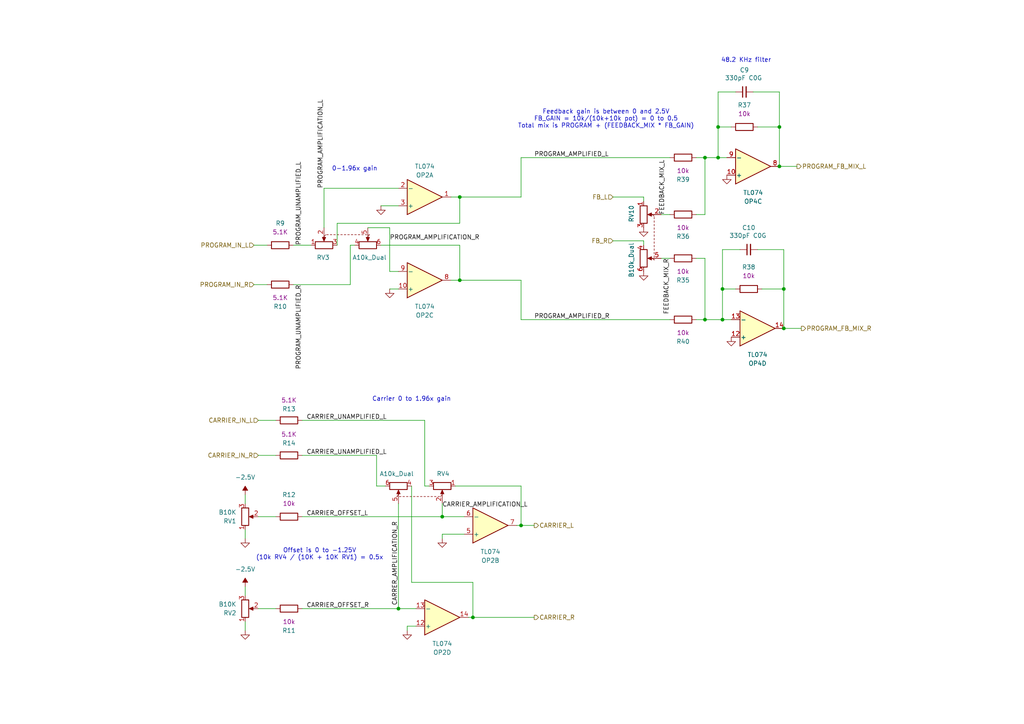
<source format=kicad_sch>
(kicad_sch (version 20250114) (generator "eeschema") (generator_version "9.0")
  (paper "A4")
  (lib_symbols
    (symbol "Amplifier_Operational:TL074" (pin_names (offset 0.127))
      (property "Reference" "U" (at 0 5.08 0))
      (property "Value" "TL074" (at 0 -5.08 0))
      (symbol "TL074_1_1"
        (polyline (pts (xy -5.08 5.08) (xy 5.08 0) (xy -5.08 -5.08) (xy -5.08 5.08)) (stroke (width 0.254)) (fill (type background)))
        (pin input line (at -7.62 2.54 0) (length 2.54) (name "+") (number "3"))
        (pin input line (at -7.62 -2.54 0) (length 2.54) (name "-") (number "2"))
        (pin output line (at 7.62 0 180) (length 2.54) (name "~") (number "1"))
      )
      (symbol "TL074_2_1"
        (polyline (pts (xy -5.08 5.08) (xy 5.08 0) (xy -5.08 -5.08) (xy -5.08 5.08)) (stroke (width 0.254)) (fill (type background)))
        (pin input line (at -7.62 2.54 0) (length 2.54) (name "+") (number "5"))
        (pin input line (at -7.62 -2.54 0) (length 2.54) (name "-") (number "6"))
        (pin output line (at 7.62 0 180) (length 2.54) (name "~") (number "7"))
      )
      (symbol "TL074_3_1"
        (polyline (pts (xy -5.08 5.08) (xy 5.08 0) (xy -5.08 -5.08) (xy -5.08 5.08)) (stroke (width 0.254)) (fill (type background)))
        (pin input line (at -7.62 2.54 0) (length 2.54) (name "+") (number "10"))
        (pin input line (at -7.62 -2.54 0) (length 2.54) (name "-") (number "9"))
        (pin output line (at 7.62 0 180) (length 2.54) (name "~") (number "8"))
      )
      (symbol "TL074_4_1"
        (polyline (pts (xy -5.08 5.08) (xy 5.08 0) (xy -5.08 -5.08) (xy -5.08 5.08)) (stroke (width 0.254)) (fill (type background)))
        (pin input line (at -7.62 2.54 0) (length 2.54) (name "+") (number "12"))
        (pin input line (at -7.62 -2.54 0) (length 2.54) (name "-") (number "13"))
        (pin output line (at 7.62 0 180) (length 2.54) (name "~") (number "14"))
      )
      (symbol "TL074_5_1"
        (pin power_in line (at -2.54 7.62 270) (length 3.81) (name "V+") (number "4"))
        (pin power_in line (at -2.54 -7.62 90) (length 3.81) (name "V-") (number "11"))
      )
    )
    (symbol "Device:R_Potentiometer_Dual" (pin_names (offset 1.016) (hide yes))
      (property "Reference" "RV" (at 0 3.81 0))
      (property "Value" "R_Potentiometer_Dual" (at 0 1.905 0))
      (symbol "R_Potentiometer_Dual_0_1"
        (rectangle (start -8.89 -1.524) (end -3.81 -3.556) (stroke (width 0.254)))
        (polyline (pts (xy -6.35 0) (xy -6.35 -1.016)))
        (polyline (pts (xy -6.35 0) (xy -6.35 -1.016)))
        (polyline (pts (xy -6.35 0) (xy -5.842 0.508)))
        (polyline (pts (xy -6.35 -1.397) (xy -6.858 -0.254) (xy -5.842 -0.254) (xy -6.35 -1.397)) (fill (type outline)))
        (polyline (pts (xy -5.588 0.508) (xy -5.08 0.508)))
        (polyline (pts (xy -4.572 0.508) (xy -4.064 0.508)))
        (polyline (pts (xy -3.556 0.508) (xy -3.048 0.508)))
        (polyline (pts (xy -2.54 0.508) (xy -2.032 0.508)))
        (polyline (pts (xy -1.524 0.508) (xy -1.016 0.508)))
        (polyline (pts (xy -0.508 0.508) (xy 0 0.508)))
        (polyline (pts (xy 0.508 0.508) (xy 1.016 0.508)))
        (polyline (pts (xy 1.524 0.508) (xy 2.032 0.508)))
        (polyline (pts (xy 2.54 0.508) (xy 3.048 0.508)))
        (polyline (pts (xy 3.556 0.508) (xy 4.064 0.508)))
        (rectangle (start 3.81 -1.524) (end 8.89 -3.556) (stroke (width 0.254)))
        (polyline (pts (xy 4.572 0.508) (xy 5.08 0.508)))
        (polyline (pts (xy 5.588 0.508) (xy 6.096 0.508)))
        (polyline (pts (xy 6.35 0) (xy 6.35 -1.016)))
        (polyline (pts (xy 6.35 0) (xy 6.35 -1.016)))
        (polyline (pts (xy 6.35 -1.397) (xy 5.842 -0.254) (xy 6.858 -0.254) (xy 6.35 -1.397)) (fill (type outline)))
        (polyline (pts (xy 6.604 0.508) (xy 6.858 0.508) (xy 6.35 0)))
      )
      (symbol "R_Potentiometer_Dual_1_1"
        (pin passive line (at -10.16 -2.54 0) (length 1.27) (name "1") (number "1"))
        (pin passive line (at -6.35 2.54 270) (length 2.54) (name "2") (number "2"))
        (pin passive line (at -2.54 -2.54 180) (length 1.27) (name "3") (number "3"))
        (pin passive line (at 2.54 -2.54 0) (length 1.27) (name "4") (number "4"))
        (pin passive line (at 6.35 2.54 270) (length 2.54) (name "5") (number "5"))
        (pin passive line (at 10.16 -2.54 180) (length 1.27) (name "6") (number "6"))
      )
    )
    (symbol "Lichen:10k_0603" (pin_numbers (hide yes)) (pin_names (offset 0))
      (property "Reference" "R7" (at 2.54 1.2701 0))
      (property "Display" "10k" (at 2.54 -1.2699 0))
      (symbol "10k_0603_0_1"
        (rectangle (start -1.016 -2.54) (end 1.016 2.54) (stroke (width 0.254)))
      )
      (symbol "10k_0603_1_1"
        (pin passive line (at 0 3.81 270) (length 1.27) (name "~") (number "1"))
        (pin passive line (at 0 -3.81 90) (length 1.27) (name "~") (number "2"))
      )
    )
    (symbol "Lichen:330pF_C0G_0603_50V" (pin_numbers (hide yes)) (pin_names (offset 0.254) (hide yes))
      (property "Reference" "C11" (at 6.35 -0.0063 90))
      (property "Value" "330pF C0G" (at 4.064 0.254 90))
      (symbol "330pF_C0G_0603_50V_0_1"
        (polyline (pts (xy -1.524 0.508) (xy 1.524 0.508)) (stroke (width 0.3048)))
        (polyline (pts (xy -1.524 -0.508) (xy 1.524 -0.508)) (stroke (width 0.3302)))
      )
      (symbol "330pF_C0G_0603_50V_1_1"
        (pin passive line (at 0 2.54 270) (length 2.032) (name "~") (number "1"))
        (pin passive line (at 0 -2.54 90) (length 2.032) (name "~") (number "2"))
      )
    )
    (symbol "Lichen:5k1_0603" (pin_numbers (hide yes)) (pin_names (offset 0))
      (property "Reference" "R3" (at 3.81 -1.016 0))
      (property "Display" "5.1K" (at 3.81 1.016 0))
      (symbol "5k1_0603_0_1"
        (rectangle (start -1.016 -2.54) (end 1.016 2.54) (stroke (width 0.254)))
      )
      (symbol "5k1_0603_1_1"
        (pin passive line (at 0 3.81 270) (length 1.27) (name "~") (number "1"))
        (pin passive line (at 0 -3.81 90) (length 1.27) (name "~") (number "2"))
      )
    )
    (symbol "Lichen:Potentiometer" (pin_names (offset 1.016) (hide yes))
      (property "Reference" "RV1" (at -2.54 -1.2701 0))
      (property "Value" "B10K" (at -2.54 1.2699 0))
      (symbol "Potentiometer_0_1"
        (rectangle (start 1.016 2.54) (end -1.016 -2.54) (stroke (width 0.254)))
        (polyline (pts (xy 1.143 0) (xy 2.286 0.508) (xy 2.286 -0.508) (xy 1.143 0)) (fill (type outline)))
        (polyline (pts (xy 2.54 0) (xy 1.524 0)))
      )
      (symbol "Potentiometer_1_1"
        (pin passive line (at 0 3.81 270) (length 1.27) (name "1") (number "1"))
        (pin passive line (at 0 -3.81 90) (length 1.27) (name "3") (number "3"))
        (pin passive line (at 3.81 0 180) (length 1.27) (name "2") (number "2"))
      )
    )
    (symbol "power:-5V" (power) (pin_numbers (hide yes)) (pin_names (offset 0) (hide yes))
      (property "Value" "-5V" (at 0 3.556 0))
      (symbol "-5V_0_0"
        (pin power_in line (at 0 0 90) (length 0) (name "~") (number "1"))
      )
      (symbol "-5V_0_1"
        (polyline (pts (xy 0 0) (xy 0 1.27) (xy 0.762 1.27) (xy 0 2.54) (xy -0.762 1.27) (xy 0 1.27)) (fill (type outline)))
      )
    )
    (symbol "power:GND" (power) (pin_numbers (hide yes)) (pin_names (offset 0) (hide yes))
      (property "Value" "GND" (at 0 -3.81 0))
      (symbol "GND_0_1"
        (polyline (pts (xy 0 0) (xy 0 -1.27) (xy 1.27 -1.27) (xy 0 -2.54) (xy -1.27 -1.27) (xy 0 -1.27)))
      )
      (symbol "GND_1_1"
        (pin power_in line (at 0 0 270) (length 0) (name "~") (number "1"))
      )
    )
  )
  (text "Offset is 0 to -1.25V\n(10k RV4 / (10K + 10K RV1) = 0.5x" (at 92.71 160.782 0) (effects (font (size 1.27 1.27))))
  (text "Feedback gain is between 0 and 2.5V\nFB_GAIN = 10k/(10k+10k pot) = 0 to 0.5\nTotal mix is PROGRAM + (FEEDBACK_MIX * FB_GAIN)" (at 175.768 34.544 0) (effects (font (size 1.27 1.27))))
  (text "48.2 KHz filter" (at 216.408 17.526 0) (effects (font (size 1.27 1.27))))
  (text "0-1.96x gain" (at 102.87 49.022 0) (effects (font (size 1.27 1.27))))
  (text "Carrier 0 to 1.96x gain" (at 119.38 115.824 0) (effects (font (size 1.27 1.27))))
  (junction (at 204.47 45.72))
  (junction (at 151.13 152.4))
  (junction (at 137.16 179.07))
  (junction (at 209.55 92.71))
  (junction (at 128.27 149.86))
  (junction (at 226.06 36.83))
  (junction (at 115.57 176.53))
  (junction (at 133.35 81.28))
  (junction (at 227.33 95.25))
  (junction (at 204.47 92.71))
  (junction (at 209.55 83.82))
  (junction (at 227.33 83.82))
  (junction (at 208.28 45.72))
  (junction (at 226.06 48.26))
  (junction (at 133.35 57.15))
  (junction (at 208.28 36.83))
  (wire (pts (xy 204.47 92.71) (xy 204.47 74.93)))
  (wire (pts (xy 151.13 57.15) (xy 151.13 45.72)))
  (wire (pts (xy 113.03 78.74) (xy 115.57 78.74)))
  (wire (pts (xy 113.03 66.04) (xy 113.03 78.74)))
  (wire (pts (xy 74.93 132.08) (xy 80.01 132.08)))
  (wire (pts (xy 97.79 64.77) (xy 97.79 71.12)))
  (wire (pts (xy 119.38 140.97) (xy 119.38 168.91)))
  (wire (pts (xy 132.08 140.97) (xy 151.13 140.97)))
  (wire (pts (xy 194.31 74.93) (xy 191.77 74.93)))
  (wire (pts (xy 151.13 152.4) (xy 151.13 140.97)))
  (wire (pts (xy 213.36 83.82) (xy 209.55 83.82)))
  (wire (pts (xy 227.33 83.82) (xy 227.33 95.25)))
  (wire (pts (xy 204.47 62.23) (xy 201.93 62.23)))
  (wire (pts (xy 77.47 71.12) (xy 73.66 71.12)))
  (wire (pts (xy 208.28 26.67) (xy 208.28 36.83)))
  (wire (pts (xy 71.12 156.21) (xy 71.12 153.67)))
  (wire (pts (xy 130.81 57.15) (xy 133.35 57.15)))
  (wire (pts (xy 118.11 181.61) (xy 120.65 181.61)))
  (wire (pts (xy 74.93 121.92) (xy 80.01 121.92)))
  (wire (pts (xy 201.93 92.71) (xy 204.47 92.71)))
  (wire (pts (xy 186.69 57.15) (xy 186.69 58.42)))
  (wire (pts (xy 212.09 92.71) (xy 209.55 92.71)))
  (wire (pts (xy 133.35 57.15) (xy 133.35 64.77)))
  (wire (pts (xy 109.22 132.08) (xy 109.22 140.97)))
  (wire (pts (xy 133.35 57.15) (xy 151.13 57.15)))
  (wire (pts (xy 220.98 83.82) (xy 227.33 83.82)))
  (wire (pts (xy 219.71 72.39) (xy 227.33 72.39)))
  (wire (pts (xy 226.06 48.26) (xy 231.14 48.26)))
  (wire (pts (xy 128.27 156.21) (xy 128.27 154.94)))
  (wire (pts (xy 213.36 26.67) (xy 208.28 26.67)))
  (wire (pts (xy 151.13 92.71) (xy 194.31 92.71)))
  (wire (pts (xy 110.49 71.12) (xy 133.35 71.12)))
  (wire (pts (xy 128.27 146.05) (xy 128.27 149.86)))
  (wire (pts (xy 113.03 83.82) (xy 115.57 83.82)))
  (wire (pts (xy 87.63 121.92) (xy 123.19 121.92)))
  (wire (pts (xy 80.01 149.86) (xy 74.93 149.86)))
  (wire (pts (xy 151.13 81.28) (xy 151.13 92.71)))
  (wire (pts (xy 208.28 45.72) (xy 204.47 45.72)))
  (wire (pts (xy 93.98 54.61) (xy 115.57 54.61)))
  (wire (pts (xy 135.89 179.07) (xy 137.16 179.07)))
  (wire (pts (xy 218.44 26.67) (xy 226.06 26.67)))
  (wire (pts (xy 151.13 152.4) (xy 154.94 152.4)))
  (wire (pts (xy 123.19 140.97) (xy 124.46 140.97)))
  (wire (pts (xy 97.79 64.77) (xy 133.35 64.77)))
  (wire (pts (xy 212.09 36.83) (xy 208.28 36.83)))
  (wire (pts (xy 210.82 45.72) (xy 208.28 45.72)))
  (wire (pts (xy 80.01 176.53) (xy 74.93 176.53)))
  (wire (pts (xy 177.8 57.15) (xy 186.69 57.15)))
  (wire (pts (xy 133.35 81.28) (xy 151.13 81.28)))
  (wire (pts (xy 149.86 152.4) (xy 151.13 152.4)))
  (wire (pts (xy 227.33 72.39) (xy 227.33 83.82)))
  (wire (pts (xy 151.13 45.72) (xy 194.31 45.72)))
  (wire (pts (xy 177.8 69.85) (xy 186.69 69.85)))
  (wire (pts (xy 87.63 176.53) (xy 115.57 176.53)))
  (wire (pts (xy 73.66 82.55) (xy 77.47 82.55)))
  (wire (pts (xy 226.06 36.83) (xy 226.06 48.26)))
  (wire (pts (xy 87.63 149.86) (xy 128.27 149.86)))
  (wire (pts (xy 93.98 66.04) (xy 93.98 54.61)))
  (wire (pts (xy 85.09 71.12) (xy 90.17 71.12)))
  (wire (pts (xy 110.49 59.69) (xy 115.57 59.69)))
  (wire (pts (xy 226.06 26.67) (xy 226.06 36.83)))
  (wire (pts (xy 128.27 149.86) (xy 134.62 149.86)))
  (wire (pts (xy 137.16 179.07) (xy 154.94 179.07)))
  (wire (pts (xy 101.6 71.12) (xy 102.87 71.12)))
  (wire (pts (xy 204.47 45.72) (xy 204.47 62.23)))
  (wire (pts (xy 208.28 36.83) (xy 208.28 45.72)))
  (wire (pts (xy 214.63 72.39) (xy 209.55 72.39)))
  (wire (pts (xy 123.19 121.92) (xy 123.19 140.97)))
  (wire (pts (xy 128.27 154.94) (xy 134.62 154.94)))
  (wire (pts (xy 209.55 83.82) (xy 209.55 92.71)))
  (wire (pts (xy 219.71 36.83) (xy 226.06 36.83)))
  (wire (pts (xy 87.63 132.08) (xy 109.22 132.08)))
  (wire (pts (xy 137.16 179.07) (xy 137.16 168.91)))
  (wire (pts (xy 204.47 74.93) (xy 201.93 74.93)))
  (wire (pts (xy 201.93 45.72) (xy 204.47 45.72)))
  (wire (pts (xy 118.11 182.88) (xy 118.11 181.61)))
  (wire (pts (xy 133.35 71.12) (xy 133.35 81.28)))
  (wire (pts (xy 101.6 82.55) (xy 85.09 82.55)))
  (wire (pts (xy 109.22 140.97) (xy 111.76 140.97)))
  (wire (pts (xy 115.57 176.53) (xy 120.65 176.53)))
  (wire (pts (xy 194.31 62.23) (xy 191.77 62.23)))
  (wire (pts (xy 71.12 170.18) (xy 71.12 172.72)))
  (wire (pts (xy 209.55 72.39) (xy 209.55 83.82)))
  (wire (pts (xy 119.38 168.91) (xy 137.16 168.91)))
  (wire (pts (xy 130.81 81.28) (xy 133.35 81.28)))
  (wire (pts (xy 115.57 146.05) (xy 115.57 176.53)))
  (wire (pts (xy 106.68 66.04) (xy 113.03 66.04)))
  (wire (pts (xy 101.6 71.12) (xy 101.6 82.55)))
  (wire (pts (xy 186.69 69.85) (xy 186.69 71.12)))
  (wire (pts (xy 71.12 182.88) (xy 71.12 180.34)))
  (wire (pts (xy 227.33 95.25) (xy 232.41 95.25)))
  (wire (pts (xy 71.12 143.51) (xy 71.12 146.05)))
  (wire (pts (xy 209.55 92.71) (xy 204.47 92.71)))
  (label "CARRER_AMPLIFICATION_R" (at 115.57 151.13 270))
  (label "CARRIER_UNAMPLIFIED_L" (at 88.9 121.92 0))
  (label "CARRIER_OFFSET_R" (at 88.9 176.53 0))
  (label "PROGRAM_UNAMPLIFIED_R" (at 87.63 82.55 270))
  (label "FEEDBACK_MIX_L" (at 193.04 62.23 90))
  (label "CARRIER_AMPLIFICATION_L" (at 128.27 147.32 0))
  (label "PROGRAM_UNAMPLIFIED_L" (at 87.63 71.12 90))
  (label "PROGRAM_AMPLIFICATION_L" (at 93.98 54.61 90))
  (label "PROGRAM_AMPLIFIED_L" (at 154.94 45.72 0))
  (label "CARRIER_OFFSET_L" (at 88.9 149.86 0))
  (label "CARRIER_UNAMPLIFIED_L" (at 88.9 132.08 0))
  (label "FEEDBACK_MIX_R" (at 194.31 74.93 270))
  (label "PROGRAM_AMPLIFICATION_R" (at 113.03 69.85 0))
  (label "PROGRAM_AMPLIFIED_R" (at 154.94 92.71 0))
  (hierarchical_label "PROGRAM_FB_MIX_L" (shape output) (at 231.14 48.26 0))
  (hierarchical_label "CARRIER_IN_R" (shape input) (at 74.93 132.08 180))
  (hierarchical_label "CARRIER_L" (shape output) (at 154.94 152.4 0))
  (hierarchical_label "CARRIER_R" (shape output) (at 154.94 179.07 0))
  (hierarchical_label "PROGRAM_FB_MIX_R" (shape output) (at 232.41 95.25 0))
  (hierarchical_label "PROGRAM_IN_R" (shape input) (at 73.66 82.55 180))
  (hierarchical_label "FB_R" (shape input) (at 177.8 69.85 180))
  (hierarchical_label "FB_L" (shape input) (at 177.8 57.15 180))
  (hierarchical_label "PROGRAM_IN_L" (shape input) (at 73.66 71.12 180))
  (hierarchical_label "CARRIER_IN_L" (shape input) (at 74.93 121.92 180))
  (symbol (lib_id "Lichen:5k1_0603") (at 81.28 71.12 90) (mirror x) (unit 1)
    (property "Reference" "R9" (at 81.28 64.77 90))
    (property "Value" "5.1k_0603" (effects (hide yes)))
    (property "Footprint" "Lichen:R_0603" (effects (hide yes)))
    (property "Datasheet" "https://www.lcsc.com/datasheet/C23186.pdf" (effects (hide yes)))
    (property "Description" "5.1K, 1%, 1/10W, 0603" (effects (hide yes)))
    (property "Specifications" "5k1, 1%, 1/10W, 0603" (effects (hide yes)))
    (property "Manufacturer" "UNI-ROYAL" (effects (hide yes)))
    (property "Part Number" "0603WAF5101T5E" (effects (hide yes)))
    (property "Display" "5.1K" (at 81.28 67.31 90))
    (property "JLCPCB ID" " C23186" (effects (hide yes)))
    (property "LCSC" "C23186" (effects (hide yes)))
  )
  (symbol (lib_id "Amplifier_Operational:TL074") (at 219.71 95.25 0) (mirror x) (unit 4)
    (property "Reference" "OP4" (at 219.71 105.41 0))
    (property "Value" "TL074" (at 219.71 102.87 0))
    (property "Footprint" "Package_SO:SOIC-14_3.9x8.7mm_P1.27mm" (effects (hide yes)))
    (property "Datasheet" "http://www.ti.com/lit/ds/symlink/tl071.pdf" (effects (hide yes)))
    (property "Description" "Quad Low-Noise JFET-Input Operational Amplifiers, DIP-14/SOIC-14" (effects (hide yes)))
  )
  (symbol (lib_id "Lichen:10k_0603") (at 198.12 92.71 90) (mirror x) (unit 1)
    (property "Reference" "R40" (at 198.12 99.06 90))
    (property "Value" "100k_0603" (effects (hide yes)))
    (property "Footprint" "Lichen:R_0603" (effects (hide yes)))
    (property "Datasheet" "https://www.lcsc.com/datasheet/lcsc_datasheet_2206010045_UNI-ROYAL-Uniroyal-Elec-0603WAF1003T5E_C25803.pdf" (effects (hide yes)))
    (property "Description" "10K, 1%, 1/10W, 0603" (effects (hide yes)))
    (property "Manufacturer" "UNI-ROYAL" (effects (hide yes)))
    (property "Part Number" "0603WAF1002T5E" (effects (hide yes)))
    (property "Display" "10k" (at 198.12 96.52 90))
    (property "JLCPCB ID" "C25804" (effects (hide yes)))
  )
  (symbol (lib_id "Device:R_Potentiometer_Dual") (at 100.33 68.58 0) (unit 1)
    (property "Reference" "RV3" (at 93.726 74.676 0))
    (property "Value" "A10k_Dual" (at 107.188 74.676 0))
    (property "Footprint" "Lichen:Potentiometer_Alpha_RD902F-40-00D_Dual_Vertical" (effects (hide yes)))
    (property "Datasheet" "https://www.thonk.co.uk/shop/alpha-9mm-pots-vert-t18-dual-gang/" (effects (hide yes)))
    (property "Description" "Dual potentiometer" (effects (hide yes)))
    (property "Manufacturer" "Alpha" (effects (hide yes)))
    (property "Part Number" "RD90F-40" (effects (hide yes)))
  )
  (symbol (lib_id "Lichen:5k1_0603") (at 83.82 132.08 90) (mirror x) (unit 1)
    (property "Reference" "R14" (at 83.82 128.524 90))
    (property "Value" "4.7k_0603" (effects (hide yes)))
    (property "Footprint" "Lichen:R_0603" (effects (hide yes)))
    (property "Datasheet" "https://www.lcsc.com/datasheet/C23186.pdf" (effects (hide yes)))
    (property "Description" "5.1K, 1%, 1/10W, 0603" (effects (hide yes)))
    (property "Specifications" "4k7, 1%, 1/10W, 0603" (effects (hide yes)))
    (property "Manufacturer" "UNI-ROYAL" (effects (hide yes)))
    (property "Part Number" "0603WAF5101T5E" (effects (hide yes)))
    (property "Display" "5.1K" (at 83.82 125.984 90))
    (property "JLCPCB ID" "C23162" (effects (hide yes)))
    (property "LCSC" "C23186" (effects (hide yes)))
  )
  (symbol (lib_id "power:-5V") (at 71.12 170.18 0) (mirror y) (unit 1)
    (property "Reference" "#PWR023" (effects (hide yes)))
    (property "Value" "-2.5V" (at 71.12 165.1 0))
    (property "Description" "Power symbol creates a global label with name \"-5V\"" (effects (hide yes)))
  )
  (symbol (lib_id "Lichen:Potentiometer") (at 71.12 149.86 0) (mirror x) (unit 1)
    (property "Reference" "RV1" (at 68.58 151.1301 0) (effects (justify right)))
    (property "Value" "B10K" (at 68.58 148.5901 0) (effects (justify right)))
    (property "Footprint" "Lichen:Potentiometer_Alpha_RD901_Eurorack" (effects (hide yes)))
    (property "Datasheet" "https://www.thonk.co.uk/wp-content/uploads/2017/12/Alpha-9mm-Vertical-T18-RD901F-40-15K-B50K-0057.pdf" (effects (hide yes)))
    (property "Description" "Alpha RD901 Vertical Snap-In Potentiometer" (effects (hide yes)))
    (property "Part Number" "RD901F-40" (effects (hide yes)))
    (property "Manufacturer" "Taiwan Alpha Electronic" (effects (hide yes)))
  )
  (symbol (lib_id "Lichen:10k_0603") (at 198.12 74.93 90) (mirror x) (unit 1)
    (property "Reference" "R35" (at 198.12 81.28 90))
    (property "Value" "100k_0603" (effects (hide yes)))
    (property "Footprint" "Lichen:R_0603" (effects (hide yes)))
    (property "Datasheet" "https://www.lcsc.com/datasheet/lcsc_datasheet_2206010045_UNI-ROYAL-Uniroyal-Elec-0603WAF1003T5E_C25803.pdf" (effects (hide yes)))
    (property "Description" "10K, 1%, 1/10W, 0603" (effects (hide yes)))
    (property "Manufacturer" "UNI-ROYAL" (effects (hide yes)))
    (property "Part Number" "0603WAF1002T5E" (effects (hide yes)))
    (property "Display" "10k" (at 198.12 78.74 90))
    (property "JLCPCB ID" "C25804" (effects (hide yes)))
  )
  (symbol (lib_id "Amplifier_Operational:TL074") (at 123.19 57.15 0) (mirror x) (unit 1)
    (property "Reference" "OP2" (at 123.19 50.8 0))
    (property "Value" "TL074" (at 123.19 48.26 0))
    (property "Footprint" "Package_SO:SOIC-14_3.9x8.7mm_P1.27mm" (effects (hide yes)))
    (property "Datasheet" "http://www.ti.com/lit/ds/symlink/tl071.pdf" (effects (hide yes)))
    (property "Description" "Quad Low-Noise JFET-Input Operational Amplifiers, DIP-14/SOIC-14" (effects (hide yes)))
    (property "Part Number" "TL074CDT" (effects (hide yes)))
    (property "Manufacturer" "STMicroelectronics" (effects (hide yes)))
    (property "LCSC" "C6963" (effects (hide yes)))
  )
  (symbol (lib_id "Amplifier_Operational:TL074") (at 218.44 48.26 0) (mirror x) (unit 3)
    (property "Reference" "OP4" (at 218.44 58.42 0))
    (property "Value" "TL074" (at 218.44 55.88 0))
    (property "Footprint" "Package_SO:SOIC-14_3.9x8.7mm_P1.27mm" (effects (hide yes)))
    (property "Datasheet" "http://www.ti.com/lit/ds/symlink/tl071.pdf" (effects (hide yes)))
    (property "Description" "Quad Low-Noise JFET-Input Operational Amplifiers, DIP-14/SOIC-14" (effects (hide yes)))
  )
  (symbol (lib_id "Lichen:10k_0603") (at 83.82 149.86 90) (mirror x) (unit 1)
    (property "Reference" "R12" (at 83.82 143.51 90))
    (property "Value" "100k_0603" (effects (hide yes)))
    (property "Footprint" "Lichen:R_0603" (effects (hide yes)))
    (property "Datasheet" "https://www.lcsc.com/datasheet/lcsc_datasheet_2206010045_UNI-ROYAL-Uniroyal-Elec-0603WAF1003T5E_C25803.pdf" (effects (hide yes)))
    (property "Description" "10K, 1%, 1/10W, 0603" (effects (hide yes)))
    (property "Manufacturer" "UNI-ROYAL" (effects (hide yes)))
    (property "Part Number" "0603WAF1002T5E" (effects (hide yes)))
    (property "Display" "10k" (at 83.82 146.05 90))
    (property "JLCPCB ID" "C25804" (effects (hide yes)))
  )
  (symbol (lib_id "power:GND") (at 110.49 59.69 0) (mirror y) (unit 1)
    (property "Reference" "#PWR025" (effects (hide yes)))
    (property "Value" "GND" (effects (hide yes)))
    (property "Description" "Power symbol creates a global label with name \"GND\" , ground" (effects (hide yes)))
  )
  (symbol (lib_id "Lichen:330pF_C0G_0603_50V") (at 217.17 72.39 90) (unit 1)
    (property "Reference" "C10" (at 217.1763 66.04 90))
    (property "Value" "330pF C0G" (at 216.916 68.326 90))
    (property "Footprint" "Lichen:C_0603" (effects (hide yes)))
    (property "Description" "330pF 50V C0G ±5% 0603 MLCC" (effects (hide yes)))
    (property "Specifications" "330pF 50V C0G ±5% 0603 MLCC" (effects (hide yes)))
    (property "Manufacturer" "Samsung Electro-Mechanics" (effects (hide yes)))
    (property "Part Number" "CL10C331JB8NNNC" (effects (hide yes)))
    (property "Display" "330pF C0G" (effects (hide yes)))
    (property "LCSC" "C1664" (effects (hide yes)))
  )
  (symbol (lib_id "Lichen:5k1_0603") (at 83.82 121.92 90) (mirror x) (unit 1)
    (property "Reference" "R13" (at 83.82 118.618 90))
    (property "Value" "4.7k_0603" (effects (hide yes)))
    (property "Footprint" "Lichen:R_0603" (effects (hide yes)))
    (property "Datasheet" "https://www.lcsc.com/datasheet/C23186.pdf" (effects (hide yes)))
    (property "Description" "5.1K, 1%, 1/10W, 0603" (effects (hide yes)))
    (property "Specifications" "4k7, 1%, 1/10W, 0603" (effects (hide yes)))
    (property "Manufacturer" "UNI-ROYAL" (effects (hide yes)))
    (property "Part Number" "0603WAF5101T5E" (effects (hide yes)))
    (property "Display" "5.1K" (at 83.82 116.078 90))
    (property "JLCPCB ID" "C23162" (effects (hide yes)))
    (property "LCSC" "C23186" (effects (hide yes)))
  )
  (symbol (lib_id "Lichen:330pF_C0G_0603_50V") (at 215.9 26.67 90) (unit 1)
    (property "Reference" "C9" (at 215.9063 20.32 90))
    (property "Value" "330pF C0G" (at 215.646 22.606 90))
    (property "Footprint" "Lichen:C_0603" (effects (hide yes)))
    (property "Description" "330pF 50V C0G ±5% 0603 MLCC" (effects (hide yes)))
    (property "Specifications" "330pF 50V C0G ±5% 0603 MLCC" (effects (hide yes)))
    (property "Manufacturer" "Samsung Electro-Mechanics" (effects (hide yes)))
    (property "Part Number" "CL10C331JB8NNNC" (effects (hide yes)))
    (property "Display" "330pF C0G" (effects (hide yes)))
    (property "LCSC" "C1664" (effects (hide yes)))
  )
  (symbol (lib_id "Lichen:10k_0603") (at 198.12 45.72 90) (mirror x) (unit 1)
    (property "Reference" "R39" (at 198.12 52.07 90))
    (property "Value" "100k_0603" (effects (hide yes)))
    (property "Footprint" "Lichen:R_0603" (effects (hide yes)))
    (property "Datasheet" "https://www.lcsc.com/datasheet/lcsc_datasheet_2206010045_UNI-ROYAL-Uniroyal-Elec-0603WAF1003T5E_C25803.pdf" (effects (hide yes)))
    (property "Description" "10K, 1%, 1/10W, 0603" (effects (hide yes)))
    (property "Manufacturer" "UNI-ROYAL" (effects (hide yes)))
    (property "Part Number" "0603WAF1002T5E" (effects (hide yes)))
    (property "Display" "10k" (at 198.12 49.53 90))
    (property "JLCPCB ID" "C25804" (effects (hide yes)))
  )
  (symbol (lib_id "power:GND") (at 128.27 156.21 0) (unit 1)
    (property "Reference" "#PWR028" (effects (hide yes)))
    (property "Value" "GND" (effects (hide yes)))
    (property "Description" "Power symbol creates a global label with name \"GND\" , ground" (effects (hide yes)))
  )
  (symbol (lib_id "Lichen:10k_0603") (at 83.82 176.53 90) (mirror x) (unit 1)
    (property "Reference" "R11" (at 83.82 182.88 90))
    (property "Value" "100k_0603" (effects (hide yes)))
    (property "Footprint" "Lichen:R_0603" (effects (hide yes)))
    (property "Datasheet" "https://www.lcsc.com/datasheet/lcsc_datasheet_2206010045_UNI-ROYAL-Uniroyal-Elec-0603WAF1003T5E_C25803.pdf" (effects (hide yes)))
    (property "Description" "10K, 1%, 1/10W, 0603" (effects (hide yes)))
    (property "Manufacturer" "UNI-ROYAL" (effects (hide yes)))
    (property "Part Number" "0603WAF1002T5E" (effects (hide yes)))
    (property "Display" "10k" (at 83.82 180.34 90))
    (property "JLCPCB ID" "C25804" (effects (hide yes)))
  )
  (symbol (lib_id "power:GND") (at 210.82 50.8 0) (unit 1)
    (property "Reference" "#PWR051" (effects (hide yes)))
    (property "Value" "GND" (effects (hide yes)))
    (property "Description" "Power symbol creates a global label with name \"GND\" , ground" (effects (hide yes)))
  )
  (symbol (lib_id "Lichen:5k1_0603") (at 81.28 82.55 90) (mirror x) (unit 1)
    (property "Reference" "R10" (at 81.28 88.9 90))
    (property "Value" "4.7k_0603" (effects (hide yes)))
    (property "Footprint" "Lichen:R_0603" (effects (hide yes)))
    (property "Datasheet" "https://www.lcsc.com/datasheet/C23186.pdf" (effects (hide yes)))
    (property "Description" "5.1K, 1%, 1/10W, 0603" (effects (hide yes)))
    (property "Specifications" "4k7, 1%, 1/10W, 0603" (effects (hide yes)))
    (property "Manufacturer" "UNI-ROYAL" (effects (hide yes)))
    (property "Part Number" "0603WAF5101T5E" (effects (hide yes)))
    (property "Display" "5.1K" (at 81.28 86.36 90))
    (property "JLCPCB ID" "C23162" (effects (hide yes)))
    (property "LCSC" "C23186" (effects (hide yes)))
  )
  (symbol (lib_id "power:GND") (at 113.03 83.82 0) (unit 1)
    (property "Reference" "#PWR026" (effects (hide yes)))
    (property "Value" "GND" (effects (hide yes)))
    (property "Description" "Power symbol creates a global label with name \"GND\" , ground" (effects (hide yes)))
  )
  (symbol (lib_id "power:GND") (at 186.69 78.74 0) (unit 1)
    (property "Reference" "#PWR049" (effects (hide yes)))
    (property "Value" "GND" (effects (hide yes)))
    (property "Description" "Power symbol creates a global label with name \"GND\" , ground" (effects (hide yes)))
  )
  (symbol (lib_id "Lichen:10k_0603") (at 215.9 36.83 90) (unit 1)
    (property "Reference" "R37" (at 215.9 30.48 90))
    (property "Value" "100k_0603" (effects (hide yes)))
    (property "Footprint" "Lichen:R_0603" (effects (hide yes)))
    (property "Datasheet" "https://www.lcsc.com/datasheet/lcsc_datasheet_2206010045_UNI-ROYAL-Uniroyal-Elec-0603WAF1003T5E_C25803.pdf" (effects (hide yes)))
    (property "Description" "10K, 1%, 1/10W, 0603" (effects (hide yes)))
    (property "Manufacturer" "UNI-ROYAL" (effects (hide yes)))
    (property "Part Number" "0603WAF1002T5E" (effects (hide yes)))
    (property "Display" "10k" (at 215.9 33.02 90))
    (property "JLCPCB ID" "C25804" (effects (hide yes)))
  )
  (symbol (lib_id "power:GND") (at 71.12 156.21 0) (unit 1)
    (property "Reference" "#PWR022" (effects (hide yes)))
    (property "Value" "GND" (effects (hide yes)))
    (property "Description" "Power symbol creates a global label with name \"GND\" , ground" (effects (hide yes)))
  )
  (symbol (lib_id "Amplifier_Operational:TL074") (at 128.27 179.07 0) (mirror x) (unit 4)
    (property "Reference" "OP2" (at 128.27 189.23 0))
    (property "Value" "TL074" (at 128.27 186.69 0))
    (property "Footprint" "Package_SO:SOIC-14_3.9x8.7mm_P1.27mm" (effects (hide yes)))
    (property "Datasheet" "http://www.ti.com/lit/ds/symlink/tl071.pdf" (effects (hide yes)))
    (property "Description" "Quad Low-Noise JFET-Input Operational Amplifiers, DIP-14/SOIC-14" (effects (hide yes)))
    (property "Part Number" "TL074CDT" (effects (hide yes)))
    (property "Manufacturer" "STMicroelectronics" (effects (hide yes)))
    (property "LCSC" "C6963" (effects (hide yes)))
  )
  (symbol (lib_id "power:GND") (at 71.12 182.88 0) (unit 1)
    (property "Reference" "#PWR024" (effects (hide yes)))
    (property "Value" "GND" (effects (hide yes)))
    (property "Description" "Power symbol creates a global label with name \"GND\" , ground" (effects (hide yes)))
  )
  (symbol (lib_id "power:-5V") (at 71.12 143.51 0) (mirror y) (unit 1)
    (property "Reference" "#PWR021" (effects (hide yes)))
    (property "Value" "-2.5V" (at 71.12 138.43 0))
    (property "Description" "Power symbol creates a global label with name \"-5V\"" (effects (hide yes)))
  )
  (symbol (lib_id "Amplifier_Operational:TL074") (at 142.24 152.4 0) (mirror x) (unit 2)
    (property "Reference" "OP2" (at 142.24 162.56 0))
    (property "Value" "TL074" (at 142.24 160.02 0))
    (property "Footprint" "Package_SO:SOIC-14_3.9x8.7mm_P1.27mm" (effects (hide yes)))
    (property "Datasheet" "http://www.ti.com/lit/ds/symlink/tl071.pdf" (effects (hide yes)))
    (property "Description" "Quad Low-Noise JFET-Input Operational Amplifiers, DIP-14/SOIC-14" (effects (hide yes)))
    (property "Part Number" "TL074CDT" (effects (hide yes)))
    (property "Manufacturer" "STMicroelectronics" (effects (hide yes)))
    (property "LCSC" "C6963" (effects (hide yes)))
  )
  (symbol (lib_id "Lichen:10k_0603") (at 217.17 83.82 90) (unit 1)
    (property "Reference" "R38" (at 217.17 77.47 90))
    (property "Value" "100k_0603" (effects (hide yes)))
    (property "Footprint" "Lichen:R_0603" (effects (hide yes)))
    (property "Datasheet" "https://www.lcsc.com/datasheet/lcsc_datasheet_2206010045_UNI-ROYAL-Uniroyal-Elec-0603WAF1003T5E_C25803.pdf" (effects (hide yes)))
    (property "Description" "10K, 1%, 1/10W, 0603" (effects (hide yes)))
    (property "Manufacturer" "UNI-ROYAL" (effects (hide yes)))
    (property "Part Number" "0603WAF1002T5E" (effects (hide yes)))
    (property "Display" "10k" (at 217.17 80.01 90))
    (property "JLCPCB ID" "C25804" (effects (hide yes)))
  )
  (symbol (lib_id "power:GND") (at 212.09 97.79 0) (unit 1)
    (property "Reference" "#PWR052" (effects (hide yes)))
    (property "Value" "GND" (effects (hide yes)))
    (property "Description" "Power symbol creates a global label with name \"GND\" , ground" (effects (hide yes)))
  )
  (symbol (lib_id "power:GND") (at 118.11 182.88 0) (unit 1)
    (property "Reference" "#PWR027" (effects (hide yes)))
    (property "Value" "GND" (effects (hide yes)))
    (property "Description" "Power symbol creates a global label with name \"GND\" , ground" (effects (hide yes)))
  )
  (symbol (lib_id "Device:R_Potentiometer_Dual") (at 189.23 68.58 270) (unit 1)
    (property "Reference" "RV10" (at 183.134 61.976 0))
    (property "Value" "B10k_Dual" (at 183.134 75.438 0))
    (property "Footprint" "Lichen:Potentiometer_Alpha_RD902F-40-00D_Dual_Vertical" (effects (hide yes)))
    (property "Datasheet" "https://www.thonk.co.uk/shop/alpha-9mm-pots-vert-t18-dual-gang/" (effects (hide yes)))
    (property "Description" "Dual potentiometer" (effects (hide yes)))
    (property "Manufacturer" "Alpha" (effects (hide yes)))
    (property "Part Number" "RD90F-40" (effects (hide yes)))
  )
  (symbol (lib_id "Device:R_Potentiometer_Dual") (at 121.92 143.51 180) (unit 1)
    (property "Reference" "RV4" (at 128.524 137.414 0))
    (property "Value" "A10k_Dual" (at 115.062 137.414 0))
    (property "Footprint" "Lichen:Potentiometer_Alpha_RD902F-40-00D_Dual_Vertical" (effects (hide yes)))
    (property "Datasheet" "https://www.thonk.co.uk/shop/alpha-9mm-pots-vert-t18-dual-gang/" (effects (hide yes)))
    (property "Description" "Dual potentiometer" (effects (hide yes)))
    (property "Manufacturer" "Alpha" (effects (hide yes)))
    (property "Part Number" "RD90F-40" (effects (hide yes)))
  )
  (symbol (lib_id "Amplifier_Operational:TL074") (at 123.19 81.28 0) (mirror x) (unit 3)
    (property "Reference" "OP2" (at 123.19 91.44 0))
    (property "Value" "TL074" (at 123.19 88.9 0))
    (property "Footprint" "Package_SO:SOIC-14_3.9x8.7mm_P1.27mm" (effects (hide yes)))
    (property "Datasheet" "http://www.ti.com/lit/ds/symlink/tl071.pdf" (effects (hide yes)))
    (property "Description" "Quad Low-Noise JFET-Input Operational Amplifiers, DIP-14/SOIC-14" (effects (hide yes)))
    (property "Part Number" "TL074CDT" (effects (hide yes)))
    (property "Manufacturer" "STMicroelectronics" (effects (hide yes)))
    (property "LCSC" "C6963" (effects (hide yes)))
  )
  (symbol (lib_id "Lichen:Potentiometer") (at 71.12 176.53 0) (mirror x) (unit 1)
    (property "Reference" "RV2" (at 68.58 177.8001 0) (effects (justify right)))
    (property "Value" "B10K" (at 68.58 175.2601 0) (effects (justify right)))
    (property "Footprint" "Lichen:Potentiometer_Alpha_RD901_Eurorack" (effects (hide yes)))
    (property "Datasheet" "https://www.thonk.co.uk/wp-content/uploads/2017/12/Alpha-9mm-Vertical-T18-RD901F-40-15K-B50K-0057.pdf" (effects (hide yes)))
    (property "Description" "Alpha RD901 Vertical Snap-In Potentiometer" (effects (hide yes)))
    (property "Part Number" "RD901F-40" (effects (hide yes)))
    (property "Manufacturer" "Taiwan Alpha Electronic" (effects (hide yes)))
  )
  (symbol (lib_id "Lichen:10k_0603") (at 198.12 62.23 90) (mirror x) (unit 1)
    (property "Reference" "R36" (at 198.12 68.58 90))
    (property "Value" "100k_0603" (effects (hide yes)))
    (property "Footprint" "Lichen:R_0603" (effects (hide yes)))
    (property "Datasheet" "https://www.lcsc.com/datasheet/lcsc_datasheet_2206010045_UNI-ROYAL-Uniroyal-Elec-0603WAF1003T5E_C25803.pdf" (effects (hide yes)))
    (property "Description" "10K, 1%, 1/10W, 0603" (effects (hide yes)))
    (property "Manufacturer" "UNI-ROYAL" (effects (hide yes)))
    (property "Part Number" "0603WAF1002T5E" (effects (hide yes)))
    (property "Display" "10k" (at 198.12 66.04 90))
    (property "JLCPCB ID" "C25804" (effects (hide yes)))
  )
  (symbol (lib_id "power:GND") (at 186.69 66.04 0) (unit 1)
    (property "Reference" "#PWR050" (effects (hide yes)))
    (property "Value" "GND" (effects (hide yes)))
    (property "Description" "Power symbol creates a global label with name \"GND\" , ground" (effects (hide yes)))
  )
)
</source>
